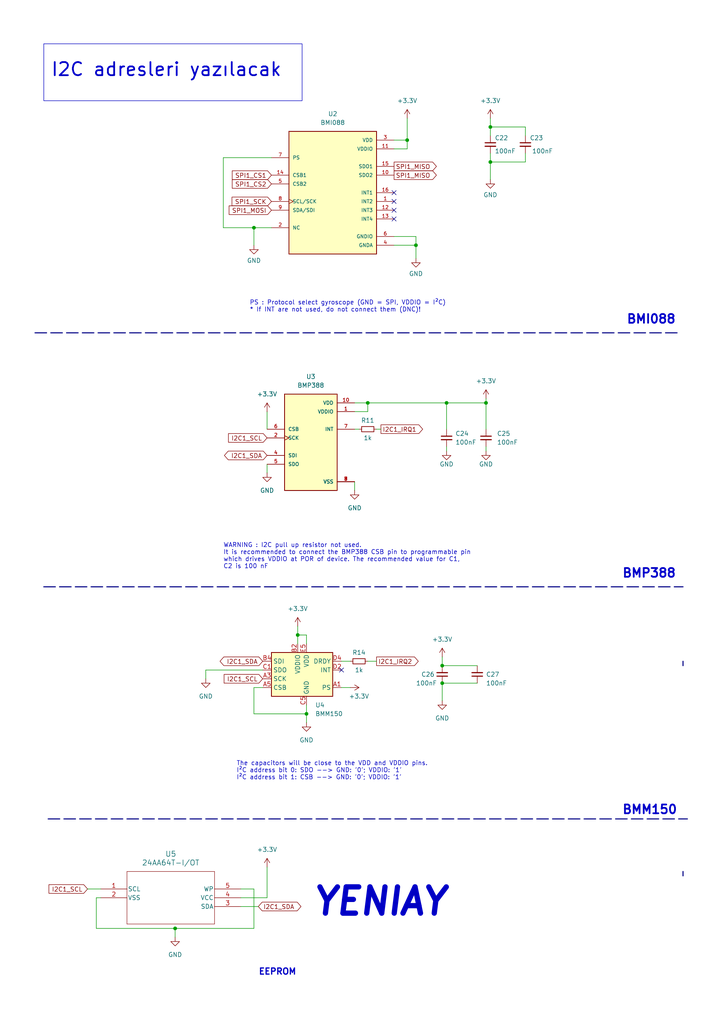
<source format=kicad_sch>
(kicad_sch (version 20231120) (generator "eeschema") (generator_version "8.0")
  (paper "A4" portrait)
  (title_block (title "SENSORS") (date "2024-12-27") (rev "Ozan E."))
  (lib_symbols
    (symbol "2024-04-16_22-30-30:24AA64T-I_OT" (pin_names (offset 0.254))
      (property "Reference" "U5" (at 20.32 10.16 0))
      (property "Value" "24AA64T-I/OT" (at 20.32 7.62 0))
      (symbol "24AA64T-I_OT_0_1"
        (polyline (pts (xy 7.62 -10.16) (xy 33.02 -10.16)) (stroke (width 0.127)))
        (polyline (pts (xy 7.62 5.08) (xy 7.62 -10.16)) (stroke (width 0.127)))
        (polyline (pts (xy 33.02 -10.16) (xy 33.02 5.08)) (stroke (width 0.127)))
        (polyline (pts (xy 33.02 5.08) (xy 7.62 5.08)) (stroke (width 0.127)))
        (pin passive line (at 0 0 0) (length 7.62) (name "SCL") (number "1"))
        (pin passive line (at 0 -2.54 0) (length 7.62) (name "VSS") (number "2"))
        (pin passive line (at 40.64 -5.08 180) (length 7.62) (name "SDA") (number "3"))
        (pin passive line (at 40.64 -2.54 180) (length 7.62) (name "VCC") (number "4"))
        (pin passive line (at 40.64 0 180) (length 7.62) (name "WP") (number "5"))
      )
    )
    (symbol "BMI088:BMI088" (pin_names (offset 1.016))
      (property "Reference" "U" (at -12.7 18.415 0))
      (property "Value" "BMI088" (at -12.7 -20.32 0))
      (symbol "BMI088_0_0"
        (rectangle (start -12.7 -17.78) (end 12.7 17.78) (stroke (width 0.254)) (fill (type background)))
        (pin bidirectional line (at 17.78 -2.54 180) (length 5.08) (name "INT2") (number "1"))
        (pin power_in line (at 17.78 12.7 180) (length 5.08) (name "VDDIO") (number "11"))
        (pin bidirectional line (at 17.78 -5.08 180) (length 5.08) (name "INT3") (number "12"))
        (pin bidirectional line (at 17.78 -7.62 180) (length 5.08) (name "INT4") (number "13"))
        (pin input line (at -17.78 5.08 0) (length 5.08) (name "CSB1") (number "14"))
        (pin output line (at 17.78 7.62 180) (length 5.08) (name "SDO1") (number "15"))
        (pin bidirectional line (at 17.78 0 180) (length 5.08) (name "INT1") (number "16"))
        (pin passive line (at -17.78 -10.16 0) (length 5.08) (name "NC") (number "2"))
        (pin power_in line (at 17.78 15.24 180) (length 5.08) (name "VDD") (number "3"))
        (pin power_in line (at 17.78 -15.24 180) (length 5.08) (name "GNDA") (number "4"))
        (pin input line (at -17.78 2.54 0) (length 5.08) (name "CSB2") (number "5"))
        (pin power_in line (at 17.78 -12.7 180) (length 5.08) (name "GNDIO") (number "6"))
        (pin input line (at -17.78 10.16 0) (length 5.08) (name "PS") (number "7"))
        (pin input clock (at -17.78 -2.54 0) (length 5.08) (name "SCL/SCK") (number "8"))
        (pin bidirectional line (at -17.78 -5.08 0) (length 5.08) (name "SDA/SDI") (number "9"))
      )
      (symbol "BMI088_1_0"
        (pin passive line (at 17.78 5.08 180) (length 5.08) (name "SDO2") (number "10"))
      )
    )
    (symbol "BMP388:BMP388" (pin_names (offset 1.016))
      (property "Reference" "U" (at -7.6281 15.2562 0))
      (property "Value" "BMP388" (at -7.6268 -15.2536 0))
      (symbol "BMP388_0_0"
        (rectangle (start -7.62 -12.7) (end 7.62 15.24) (stroke (width 0.254)) (fill (type background)))
        (pin power_in line (at 12.7 10.16 180) (length 5.08) (name "VDDIO") (number "1"))
        (pin power_in line (at 12.7 12.7 180) (length 5.08) (name "VDD") (number "10"))
        (pin input clock (at -12.7 2.54 0) (length 5.08) (name "SCK") (number "2"))
        (pin power_in line (at 12.7 -10.16 180) (length 5.08) (name "VSS") (number "3"))
        (pin bidirectional line (at -12.7 -2.54 0) (length 5.08) (name "SDI") (number "4"))
        (pin bidirectional line (at -12.7 -5.08 0) (length 5.08) (name "SDO") (number "5"))
        (pin input line (at -12.7 5.08 0) (length 5.08) (name "CSB") (number "6"))
        (pin output line (at 12.7 5.08 180) (length 5.08) (name "INT") (number "7"))
        (pin power_in line (at 12.7 -10.16 180) (length 5.08) (name "VSS") (number "8"))
        (pin power_in line (at 12.7 -10.16 180) (length 5.08) (name "VSS") (number "9"))
      )
    )
    (symbol "Device:C_Small" (pin_numbers hide) (pin_names (offset 0.254) hide)
      (property "Reference" "C" (at 0.254 1.778 0))
      (property "Value" "C_Small" (at 0.254 -2.032 0))
      (symbol "C_Small_0_1"
        (polyline (pts (xy -1.524 -0.508) (xy 1.524 -0.508)) (stroke (width 0.3302)))
        (polyline (pts (xy -1.524 0.508) (xy 1.524 0.508)) (stroke (width 0.3048)))
      )
      (symbol "C_Small_1_1"
        (pin passive line (at 0 2.54 270) (length 2.032) (name "~") (number "1"))
        (pin passive line (at 0 -2.54 90) (length 2.032) (name "~") (number "2"))
      )
    )
    (symbol "Device:R_Small" (pin_numbers hide) (pin_names (offset 0.254) hide)
      (property "Reference" "R" (at 0.762 0.508 0))
      (property "Value" "R_Small" (at 0.762 -1.016 0))
      (symbol "R_Small_0_1"
        (rectangle (start -0.762 1.778) (end 0.762 -1.778) (stroke (width 0.2032)))
      )
      (symbol "R_Small_1_1"
        (pin passive line (at 0 2.54 270) (length 0.762) (name "~") (number "1"))
        (pin passive line (at 0 -2.54 90) (length 0.762) (name "~") (number "2"))
      )
    )
    (symbol "Sensor_Magnetic:BMM150"
      (property "Reference" "U" (at -10.16 6.35 0))
      (property "Value" "BMM150" (at 7.62 6.35 0))
      (symbol "BMM150_0_1"
        (rectangle (start -10.16 5.08) (end 7.62 -7.62) (stroke (width 0.254)) (fill (type background)))
      )
      (symbol "BMM150_1_1"
        (pin input line (at 10.16 -5.08 180) (length 2.54) (name "PS") (number "A1"))
        (pin bidirectional line (at -12.7 -2.54 0) (length 2.54) (name "SCK") (number "A3"))
        (pin input line (at -12.7 -5.08 0) (length 2.54) (name "CSB") (number "A5"))
        (pin power_in line (at -2.54 7.62 270) (length 2.54) (name "VDDIO") (number "B2"))
        (pin bidirectional line (at -12.7 2.54 0) (length 2.54) (name "SDI") (number "B4"))
        (pin bidirectional line (at -12.7 0 0) (length 2.54) (name "SDO") (number "C1"))
        (pin power_in line (at 0 -10.16 90) (length 2.54) (name "GND") (number "C5"))
        (pin output line (at 10.16 0 180) (length 2.54) (name "INT") (number "D2"))
        (pin output line (at 10.16 2.54 180) (length 2.54) (name "DRDY") (number "D4"))
        (pin passive line (at 0 -10.16 90) (length 2.54) hide (name "GND") (number "E1"))
        (pin passive line (at 0 -10.16 90) (length 2.54) hide (name "GND") (number "E3"))
        (pin power_in line (at 0 7.62 270) (length 2.54) (name "VDD") (number "E5"))
      )
    )
    (symbol "power:+3.3V" (power) (pin_numbers hide) (pin_names (offset 0) hide)
      (property "Value" "+3.3V" (at 0 3.556 0))
      (symbol "+3.3V_0_1"
        (polyline (pts (xy -0.762 1.27) (xy 0 2.54)))
        (polyline (pts (xy 0 0) (xy 0 2.54)))
        (polyline (pts (xy 0 2.54) (xy 0.762 1.27)))
      )
      (symbol "+3.3V_1_1"
        (pin power_in line (at 0 0 90) (length 0) (name "~") (number "1"))
      )
    )
    (symbol "power:GND" (power) (pin_numbers hide) (pin_names (offset 0) hide)
      (property "Value" "GND" (at 0 -3.81 0))
      (symbol "GND_0_1"
        (polyline (pts (xy 0 0) (xy 0 -1.27) (xy 1.27 -1.27) (xy 0 -2.54) (xy -1.27 -1.27) (xy 0 -1.27)))
      )
      (symbol "GND_1_1"
        (pin power_in line (at 0 0 270) (length 0) (name "~") (number "1"))
      )
    )
  )
  (junction (at 140.97 116.84))
  (junction (at 129.54 116.84))
  (junction (at 50.8 269.24))
  (junction (at 128.27 193.04))
  (junction (at 86.36 184.15))
  (junction (at 88.9 207.01))
  (junction (at 128.27 198.12))
  (junction (at 106.68 116.84))
  (junction (at 142.24 46.99))
  (junction (at 142.24 36.83))
  (junction (at 118.11 40.64))
  (junction (at 120.65 71.12))
  (junction (at 73.66 66.04))
  (no_connect (at 114.3 60.96))
  (no_connect (at 99.06 194.31))
  (no_connect (at 114.3 58.42))
  (no_connect (at 114.3 63.5))
  (no_connect (at 114.3 55.88))
  (wire (pts (xy 29.21 260.35) (xy 27.94 260.35)))
  (wire (pts (xy 140.97 115.57) (xy 140.97 116.84)))
  (wire (pts (xy 50.8 269.24) (xy 50.8 271.78)))
  (bus (pts (xy 198.12 191.77) (xy 198.12 193.04)))
  (wire (pts (xy 86.36 184.15) (xy 88.9 184.15)))
  (wire (pts (xy 69.85 260.35) (xy 77.47 260.35)))
  (wire (pts (xy 74.93 262.89) (xy 69.85 262.89)))
  (wire (pts (xy 88.9 184.15) (xy 88.9 186.69)))
  (wire (pts (xy 128.27 198.12) (xy 138.43 198.12)))
  (wire (pts (xy 142.24 36.83) (xy 142.24 39.37)))
  (wire (pts (xy 73.66 207.01) (xy 88.9 207.01)))
  (wire (pts (xy 129.54 129.54) (xy 129.54 130.81)))
  (wire (pts (xy 152.4 39.37) (xy 152.4 36.83)))
  (wire (pts (xy 140.97 129.54) (xy 140.97 130.81)))
  (wire (pts (xy 73.66 199.39) (xy 76.2 199.39)))
  (wire (pts (xy 110.49 124.46) (xy 109.22 124.46)))
  (wire (pts (xy 106.68 119.38) (xy 106.68 116.84)))
  (wire (pts (xy 104.14 124.46) (xy 102.87 124.46)))
  (wire (pts (xy 120.65 68.58) (xy 120.65 71.12)))
  (wire (pts (xy 114.3 43.18) (xy 118.11 43.18)))
  (wire (pts (xy 86.36 181.61) (xy 86.36 184.15)))
  (wire (pts (xy 69.85 257.81) (xy 73.66 257.81)))
  (wire (pts (xy 88.9 204.47) (xy 88.9 207.01)))
  (wire (pts (xy 77.47 251.46) (xy 77.47 260.35)))
  (bus (pts (xy 198.12 252.73) (xy 198.12 254)))
  (wire (pts (xy 142.24 46.99) (xy 142.24 52.07)))
  (wire (pts (xy 88.9 207.01) (xy 88.9 209.55)))
  (wire (pts (xy 129.54 124.46) (xy 129.54 116.84)))
  (wire (pts (xy 114.3 40.64) (xy 118.11 40.64)))
  (wire (pts (xy 128.27 193.04) (xy 138.43 193.04)))
  (wire (pts (xy 140.97 116.84) (xy 140.97 124.46)))
  (wire (pts (xy 118.11 34.29) (xy 118.11 40.64)))
  (wire (pts (xy 64.77 66.04) (xy 73.66 66.04)))
  (wire (pts (xy 86.36 184.15) (xy 86.36 186.69)))
  (wire (pts (xy 142.24 34.29) (xy 142.24 36.83)))
  (wire (pts (xy 128.27 198.12) (xy 128.27 203.2)))
  (wire (pts (xy 64.77 45.72) (xy 64.77 66.04)))
  (wire (pts (xy 59.69 194.31) (xy 76.2 194.31)))
  (wire (pts (xy 25.4 257.81) (xy 29.21 257.81)))
  (wire (pts (xy 73.66 66.04) (xy 73.66 71.12)))
  (wire (pts (xy 120.65 71.12) (xy 120.65 74.93)))
  (wire (pts (xy 73.66 199.39) (xy 73.66 207.01)))
  (wire (pts (xy 78.74 66.04) (xy 73.66 66.04)))
  (wire (pts (xy 102.87 139.7) (xy 102.87 142.24)))
  (wire (pts (xy 114.3 71.12) (xy 120.65 71.12)))
  (wire (pts (xy 152.4 46.99) (xy 142.24 46.99)))
  (wire (pts (xy 73.66 257.81) (xy 73.66 269.24)))
  (wire (pts (xy 114.3 68.58) (xy 120.65 68.58)))
  (wire (pts (xy 50.8 269.24) (xy 73.66 269.24)))
  (wire (pts (xy 77.47 119.38) (xy 77.47 124.46)))
  (wire (pts (xy 99.06 199.39) (xy 101.6 199.39)))
  (bus (pts (xy 10.16 96.52) (xy 196.85 96.52)) (stroke (width 0) (type dash)))
  (wire (pts (xy 152.4 44.45) (xy 152.4 46.99)))
  (wire (pts (xy 106.68 191.77) (xy 109.22 191.77)))
  (wire (pts (xy 27.94 260.35) (xy 27.94 269.24)))
  (wire (pts (xy 102.87 119.38) (xy 106.68 119.38)))
  (wire (pts (xy 27.94 269.24) (xy 50.8 269.24)))
  (bus (pts (xy 13.97 237.49) (xy 199.39 237.49)) (stroke (width 0) (type dash)))
  (wire (pts (xy 142.24 44.45) (xy 142.24 46.99)))
  (bus (pts (xy 12.7 170.18) (xy 198.12 170.18)) (stroke (width 0) (type dash)))
  (wire (pts (xy 129.54 116.84) (xy 140.97 116.84)))
  (wire (pts (xy 118.11 43.18) (xy 118.11 40.64)))
  (wire (pts (xy 106.68 116.84) (xy 129.54 116.84)))
  (wire (pts (xy 152.4 36.83) (xy 142.24 36.83)))
  (wire (pts (xy 101.6 191.77) (xy 99.06 191.77)))
  (wire (pts (xy 128.27 190.5) (xy 128.27 193.04)))
  (wire (pts (xy 102.87 116.84) (xy 106.68 116.84)))
  (wire (pts (xy 59.69 194.31) (xy 59.69 196.85)))
  (wire (pts (xy 78.74 45.72) (xy 64.77 45.72)))
  (wire (pts (xy 77.47 134.62) (xy 77.47 137.16)))
  (rectangle (start 12.7 12.7) (end 87.63 29.21))
  (text "The capacitors will be close to the VDD and VDDIO pins.\nI²C address bit 0: SDO --> GND: '0'; VDDIO: '1'\nI²C address bit 1: CSB --> GND: '0'; VDDIO: '1'\n" (at 68.58 223.52 0) (effects (font (size 1.27 1.27)) (justify left)))
  (text "EEPROM\n" (at 74.93 281.94 0) (effects (font (size 1.778 1.778) (thickness 0.3556) (bold yes)) (justify left)))
  (text "PS : Protocol select gyroscope (GND = SPI, VDDIO = I²C)\n* If INT are not used, do not connect them (DNC)!" (at 72.39 88.9 0) (effects (font (size 1.27 1.27)) (justify left)))
  (text "YENIAY" (at 90.17 261.62 0) (effects (font (size 7.62 7.62) (thickness 1.524) (bold yes) (italic yes)) (justify left)))
  (text "WARNING : I2C pull up resistor not used.\nIt is recommended to connect the BMP388 CSB pin to programmable pin\nwhich drives VDDIO at POR of device. The recommended value for C1, \nC2 is 100 nF" (at 64.77 161.29 0) (effects (font (size 1.27 1.27)) (justify left)))
  (text "BMP388" (at 180.34 166.37 0) (effects (font (size 2.54 2.54) (thickness 0.508) (bold yes)) (justify left)))
  (text "BMM150" (at 180.34 234.95 0) (effects (font (size 2.54 2.54) (thickness 0.508) (bold yes)) (justify left)))
  (text "BMI088" (at 181.61 92.71 0) (effects (font (size 2.54 2.54) (thickness 0.508) (bold yes)) (justify left)))
  (text "I2C adresleri yazılacak" (at 48.26 20.32 0) (effects (font (size 3.81 3.81) (thickness 0.508) (bold yes))))
  (global_label "I2C1_SCL" (shape input) (at 25.4 257.81 180) (property "Intersheetrefs" "${INTERSHEET_REFS}" (effects (hide yes))))
  (global_label "I2C1_SCL" (shape input) (at 77.47 127 180) (property "Intersheetrefs" "${INTERSHEET_REFS}" (effects (hide yes))))
  (global_label "I2C1_SDA" (shape bidirectional) (at 77.47 132.08 180) (property "Intersheetrefs" "${INTERSHEET_REFS}" (effects (hide yes))))
  (global_label "SPI1_CS2" (shape input) (at 78.74 53.34 180) (property "Intersheetrefs" "${INTERSHEET_REFS}" (effects (hide yes))))
  (global_label "I2C1_SDA" (shape bidirectional) (at 76.2 191.77 180) (property "Intersheetrefs" "${INTERSHEET_REFS}" (effects (hide yes))))
  (global_label "SPI1_MISO" (shape output) (at 114.3 48.26 0) (property "Intersheetrefs" "${INTERSHEET_REFS}" (effects (hide yes))))
  (global_label "SPI1_CS1" (shape input) (at 78.74 50.8 180) (property "Intersheetrefs" "${INTERSHEET_REFS}" (effects (hide yes))))
  (global_label "I2C1_IRQ2" (shape output) (at 109.22 191.77 0) (property "Intersheetrefs" "${INTERSHEET_REFS}" (effects (hide yes))))
  (global_label "I2C1_SDA" (shape bidirectional) (at 74.93 262.89 0) (property "Intersheetrefs" "${INTERSHEET_REFS}" (effects (hide yes))))
  (global_label "I2C1_SCL" (shape input) (at 76.2 196.85 180) (property "Intersheetrefs" "${INTERSHEET_REFS}" (effects (hide yes))))
  (global_label "I2C1_IRQ1" (shape output) (at 110.49 124.46 0) (property "Intersheetrefs" "${INTERSHEET_REFS}" (effects (hide yes))))
  (global_label "SPI1_MOSI" (shape input) (at 78.74 60.96 180) (property "Intersheetrefs" "${INTERSHEET_REFS}" (effects (hide yes))))
  (global_label "SPI1_MISO" (shape output) (at 114.3 50.8 0) (property "Intersheetrefs" "${INTERSHEET_REFS}" (effects (hide yes))))
  (global_label "SPI1_SCK" (shape input) (at 78.74 58.42 180) (property "Intersheetrefs" "${INTERSHEET_REFS}" (effects (hide yes))))
  (symbol (lib_id "Device:C_Small") (at 152.4 41.91 0) (unit 1)
    (property "Reference" "C23" (at 153.67 40.005 0) (effects (justify left)))
    (property "Value" "100nF" (at 154.305 43.815 0) (effects (justify left)))
    (property "Description" "Unpolarized capacitor, small symbol" (effects (hide yes)))
  )
  (symbol (lib_id "power:GND") (at 129.54 130.81 0) (unit 1)
    (property "Reference" "#PWR032" (effects (hide yes)))
    (property "Value" "GND" (at 129.54 134.62 0))
    (property "Description" "Power symbol creates a global label with name \"GND\" , ground" (effects (hide yes)))
  )
  (symbol (lib_id "power:GND") (at 73.66 71.12 0) (unit 1)
    (property "Reference" "#PWR023" (effects (hide yes)))
    (property "Value" "GND" (at 73.66 75.565 0))
    (property "Description" "Power symbol creates a global label with name \"GND\" , ground" (effects (hide yes)))
  )
  (symbol (lib_id "power:+3.3V") (at 118.11 34.29 0) (unit 1)
    (property "Reference" "#PWR024" (effects (hide yes)))
    (property "Value" "+3.3V" (at 118.11 29.21 0))
    (property "Description" "Power symbol creates a global label with name \"+3.3V\"" (effects (hide yes)))
  )
  (symbol (lib_id "power:+3.3V") (at 101.6 199.39 270) (unit 1)
    (property "Reference" "#PWR036" (effects (hide yes)))
    (property "Value" "+3.3V" (at 104.14 201.93 90))
    (property "Description" "Power symbol creates a global label with name \"+3.3V\"" (effects (hide yes)))
  )
  (symbol (lib_id "power:GND") (at 59.69 196.85 0) (unit 1)
    (property "Reference" "#PWR033" (effects (hide yes)))
    (property "Value" "GND" (at 59.69 201.93 0))
    (property "Description" "Power symbol creates a global label with name \"GND\" , ground" (effects (hide yes)))
  )
  (symbol (lib_id "power:GND") (at 77.47 137.16 0) (unit 1)
    (property "Reference" "#PWR029" (effects (hide yes)))
    (property "Value" "GND" (at 77.47 142.24 0))
    (property "Description" "Power symbol creates a global label with name \"GND\" , ground" (effects (hide yes)))
  )
  (symbol (lib_id "Device:R_Small") (at 104.14 191.77 90) (unit 1)
    (property "Reference" "R14" (at 104.14 189.23 90))
    (property "Value" "1k" (at 104.14 194.31 90))
    (property "Description" "Resistor, small symbol" (effects (hide yes)))
  )
  (symbol (lib_id "Device:R_Small") (at 106.68 124.46 90) (unit 1)
    (property "Reference" "R11" (at 106.68 121.92 90))
    (property "Value" "1k" (at 106.68 127 90))
    (property "Description" "Resistor, small symbol" (effects (hide yes)))
  )
  (symbol (lib_id "Device:C_Small") (at 142.24 41.91 0) (unit 1)
    (property "Reference" "C22" (at 143.51 40.005 0) (effects (justify left)))
    (property "Value" "100nF" (at 143.51 43.815 0) (effects (justify left)))
    (property "Description" "Unpolarized capacitor, small symbol" (effects (hide yes)))
  )
  (symbol (lib_id "power:+3.3V") (at 77.47 251.46 0) (unit 1)
    (property "Reference" "#PWR052" (effects (hide yes)))
    (property "Value" "+3.3V" (at 77.47 246.38 0))
    (property "Description" "Power symbol creates a global label with name \"+3.3V\"" (effects (hide yes)))
  )
  (symbol (lib_id "BMP388:BMP388") (at 90.17 129.54 0) (unit 1)
    (property "Reference" "U3" (at 90.17 109.22 0))
    (property "Value" "BMP388" (at 90.17 111.76 0))
    (property "Footprint" "BMP388:PQFN50P200X200X80-10N" (effects (hide yes)))
    (property "MF" "Bosch Sensortec" (effects (hide yes)))
    (property "Description_1" "\nPressure Sensor 4.35PSI ~ 18.13PSI (30kPa ~ 125kPa) Absolute - - 10-WFLGA\n" (effects (hide yes)))
    (property "Package" "WFLGA-10 Bosch Tools" (effects (hide yes)))
    (property "Price" "None" (effects (hide yes)))
    (property "Check_prices" "https://www.snapeda.com/parts/BMP388/Bosch+Sensortec/view-part/?ref=eda" (effects (hide yes)))
    (property "STANDARD" "IPC 7351B" (effects (hide yes)))
    (property "PARTREV" "1.1" (effects (hide yes)))
    (property "SnapEDA_Link" "https://www.snapeda.com/parts/BMP388/Bosch+Sensortec/view-part/?ref=snap" (effects (hide yes)))
    (property "MP" "BMP388" (effects (hide yes)))
    (property "Purchase-URL" "https://www.snapeda.com/api/url_track_click_mouser/?unipart_id=2747857&manufacturer=Bosch Sensortec&part_name=BMP388&search_term=None" (effects (hide yes)))
    (property "Availability" "In Stock" (effects (hide yes)))
    (property "MANUFACTURER" "BOSCH" (effects (hide yes)))
  )
  (symbol (lib_id "power:+3.3V") (at 142.24 34.29 0) (unit 1)
    (property "Reference" "#PWR095" (effects (hide yes)))
    (property "Value" "+3.3V" (at 142.24 29.21 0))
    (property "Description" "Power symbol creates a global label with name \"+3.3V\"" (effects (hide yes)))
  )
  (symbol (lib_id "power:GND") (at 50.8 271.78 0) (unit 1)
    (property "Reference" "#PWR051" (effects (hide yes)))
    (property "Value" "GND" (at 50.8 276.86 0))
    (property "Description" "Power symbol creates a global label with name \"GND\" , ground" (effects (hide yes)))
  )
  (symbol (lib_id "2024-04-16_22-30-30:24AA64T-I_OT") (at 29.21 257.81 0) (unit 1)
    (property "Reference" "U5" (at 49.53 247.65 0) (effects (font (size 1.524 1.524))))
    (property "Value" "24AA64T-I/OT" (at 49.53 250.19 0) (effects (font (size 1.524 1.524))))
    (property "Footprint" "SOT-23-5_MC_MCH" (effects (hide yes)))
    (property "Datasheet" "24AA64T-I/OT" (effects (hide yes)))
  )
  (symbol (lib_id "BMI088:BMI088") (at 96.52 55.88 0) (unit 1)
    (property "Reference" "U2" (at 96.52 33.02 0))
    (property "Value" "BMI088" (at 96.52 35.56 0))
    (property "Footprint" "BMI088:PQFN50P450X300X100-16N" (effects (hide yes)))
    (property "Description" "Accelerometer, Gyroscope, 6 Axis Sensor I²C, SPI Output" (effects (hide yes)))
    (property "MF" "Bosch Sensortec" (effects (hide yes)))
    (property "PURCHASE-URL" "https://pricing.snapeda.com/search/part/BMI088/?ref=eda" (effects (hide yes)))
    (property "PACKAGE" "VFLGA-16 Bosch Sensortec" (effects (hide yes)))
    (property "PRICE" "None" (effects (hide yes)))
    (property "Package" "VFLGA-16 Bosch Sensortec" (effects (hide yes)))
    (property "Check_prices" "https://www.snapeda.com/parts/BMI088/Bosch+Sensortec/view-part/?ref=eda" (effects (hide yes)))
    (property "Price" "None" (effects (hide yes)))
    (property "SnapEDA_Link" "https://www.snapeda.com/parts/BMI088/Bosch+Sensortec/view-part/?ref=snap" (effects (hide yes)))
    (property "MP" "BMI088" (effects (hide yes)))
    (property "Description_1" "\nAccelerometer, Gyroscope, 6 Axis Sensor I2C, SPI Output\n" (effects (hide yes)))
    (property "Availability" "In Stock" (effects (hide yes)))
    (property "AVAILABILITY" "In Stock" (effects (hide yes)))
  )
  (symbol (lib_id "power:+3.3V") (at 77.47 119.38 0) (unit 1)
    (property "Reference" "#PWR09" (effects (hide yes)))
    (property "Value" "+3.3V" (at 77.47 114.3 0))
    (property "Description" "Power symbol creates a global label with name \"+3.3V\"" (effects (hide yes)))
  )
  (symbol (lib_id "power:+3.3V") (at 86.36 181.61 0) (unit 1)
    (property "Reference" "#PWR034" (effects (hide yes)))
    (property "Value" "+3.3V" (at 86.36 176.53 0))
    (property "Description" "Power symbol creates a global label with name \"+3.3V\"" (effects (hide yes)))
  )
  (symbol (lib_id "power:GND") (at 88.9 209.55 0) (unit 1)
    (property "Reference" "#PWR035" (effects (hide yes)))
    (property "Value" "GND" (at 88.9 214.63 0))
    (property "Description" "Power symbol creates a global label with name \"GND\" , ground" (effects (hide yes)))
  )
  (symbol (lib_id "power:GND") (at 142.24 52.07 0) (unit 1)
    (property "Reference" "#PWR027" (effects (hide yes)))
    (property "Value" "GND" (at 142.24 56.515 0))
    (property "Description" "Power symbol creates a global label with name \"GND\" , ground" (effects (hide yes)))
  )
  (symbol (lib_id "power:GND") (at 102.87 142.24 0) (unit 1)
    (property "Reference" "#PWR030" (effects (hide yes)))
    (property "Value" "GND" (at 102.87 147.32 0))
    (property "Description" "Power symbol creates a global label with name \"GND\" , ground" (effects (hide yes)))
  )
  (symbol (lib_id "power:GND") (at 140.97 130.81 0) (unit 1)
    (property "Reference" "#PWR039" (effects (hide yes)))
    (property "Value" "GND" (at 140.97 134.62 0))
    (property "Description" "Power symbol creates a global label with name \"GND\" , ground" (effects (hide yes)))
  )
  (symbol (lib_id "power:+3.3V") (at 140.97 115.57 0) (unit 1)
    (property "Reference" "#PWR031" (effects (hide yes)))
    (property "Value" "+3.3V" (at 140.97 110.49 0))
    (property "Description" "Power symbol creates a global label with name \"+3.3V\"" (effects (hide yes)))
  )
  (symbol (lib_id "Device:C_Small") (at 128.27 195.58 180) (unit 1)
    (property "Reference" "C26" (at 122.174 195.58 0) (effects (justify right)))
    (property "Value" "100nF" (at 120.65 198.12 0) (effects (justify right)))
    (property "Description" "Unpolarized capacitor, small symbol" (effects (hide yes)))
  )
  (symbol (lib_id "power:GND") (at 120.65 74.93 0) (unit 1)
    (property "Reference" "#PWR025" (effects (hide yes)))
    (property "Value" "GND" (at 120.65 79.375 0))
    (property "Description" "Power symbol creates a global label with name \"GND\" , ground" (effects (hide yes)))
  )
  (symbol (lib_id "Sensor_Magnetic:BMM150") (at 88.9 194.31 0) (unit 1)
    (property "Reference" "U4" (at 91.44 204.47 0) (effects (justify left)))
    (property "Value" "BMM150" (at 91.44 207.01 0) (effects (justify left)))
    (property "Footprint" "Package_CSP:WLCSP-12_1.56x1.56mm_P0.4mm" (effects (hide yes)))
    (property "Datasheet" "https://www.mouser.com/datasheet/2/783/BST-BMM150-DS001-01-786480.pdf" (effects (hide yes)))
    (property "Description" "Geomagnetic Sensor, WLCSP-12" (effects (hide yes)))
  )
  (symbol (lib_id "power:+3.3V") (at 128.27 190.5 0) (unit 1)
    (property "Reference" "#PWR037" (effects (hide yes)))
    (property "Value" "+3.3V" (at 128.27 185.42 0))
    (property "Description" "Power symbol creates a global label with name \"+3.3V\"" (effects (hide yes)))
  )
  (symbol (lib_id "Device:C_Small") (at 140.97 127 0) (unit 1)
    (property "Reference" "C25" (at 144.145 125.7362 0) (effects (justify left)))
    (property "Value" "100nF" (at 144.145 128.2762 0) (effects (justify left)))
    (property "Description" "Unpolarized capacitor, small symbol" (effects (hide yes)))
  )
  (symbol (lib_id "Device:C_Small") (at 138.43 195.58 180) (unit 1)
    (property "Reference" "C27" (at 140.97 195.58 0) (effects (justify right)))
    (property "Value" "100nF" (at 140.97 198.12 0) (effects (justify right)))
    (property "Description" "Unpolarized capacitor, small symbol" (effects (hide yes)))
  )
  (symbol (lib_id "Device:C_Small") (at 129.54 127 0) (unit 1)
    (property "Reference" "C24" (at 132.08 125.7362 0) (effects (justify left)))
    (property "Value" "100nF" (at 132.08 128.2762 0) (effects (justify left)))
    (property "Description" "Unpolarized capacitor, small symbol" (effects (hide yes)))
  )
  (symbol (lib_id "power:GND") (at 128.27 203.2 0) (unit 1)
    (property "Reference" "#PWR038" (effects (hide yes)))
    (property "Value" "GND" (at 128.27 208.28 0))
    (property "Description" "Power symbol creates a global label with name \"GND\" , ground" (effects (hide yes)))
  )
)
</source>
